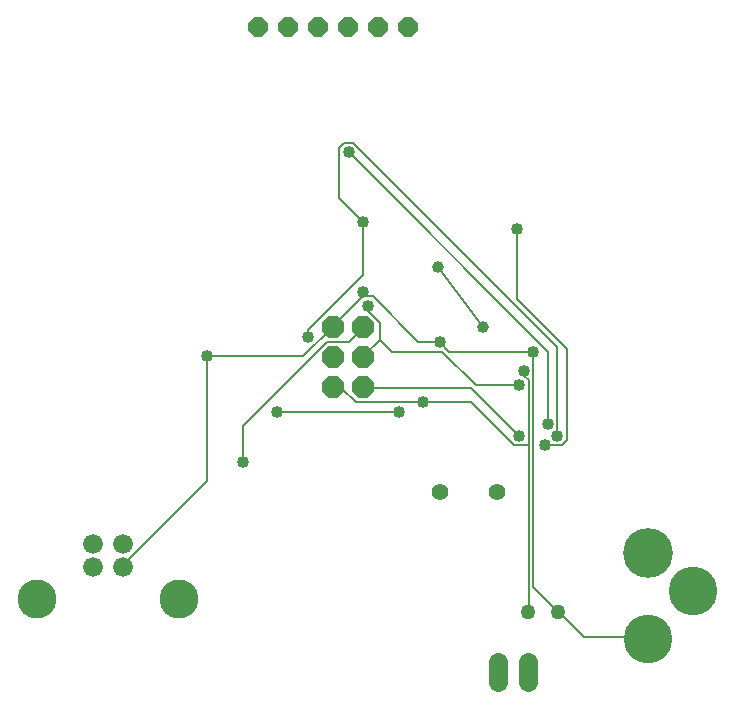
<source format=gbl>
G75*
%MOIN*%
%OFA0B0*%
%FSLAX25Y25*%
%IPPOS*%
%LPD*%
%AMOC8*
5,1,8,0,0,1.08239X$1,22.5*
%
%ADD10C,0.04959*%
%ADD11OC8,0.07400*%
%ADD12C,0.16598*%
%ADD13C,0.16200*%
%ADD14C,0.06400*%
%ADD15OC8,0.06337*%
%ADD16C,0.06600*%
%ADD17C,0.13000*%
%ADD18C,0.05600*%
%ADD19C,0.00800*%
%ADD20C,0.04000*%
%ADD21C,0.03969*%
D10*
X0186579Y0040000D03*
X0196421Y0040000D03*
D11*
X0131500Y0115000D03*
X0131500Y0125000D03*
X0131500Y0135000D03*
X0121500Y0135000D03*
X0121500Y0125000D03*
X0121500Y0115000D03*
D12*
X0226500Y0059637D03*
D13*
X0241309Y0047126D03*
X0226600Y0030815D03*
D14*
X0186500Y0023200D02*
X0186500Y0016800D01*
X0176500Y0016800D02*
X0176500Y0023200D01*
D15*
X0146500Y0235000D03*
X0136500Y0235000D03*
X0126500Y0235000D03*
X0116500Y0235000D03*
X0106500Y0235000D03*
X0096500Y0235000D03*
D16*
X0051421Y0062800D03*
X0051421Y0055000D03*
X0041579Y0055000D03*
X0041579Y0062800D03*
D17*
X0022800Y0044300D03*
X0070200Y0044300D03*
D18*
X0157000Y0080000D03*
X0176000Y0080000D03*
D19*
X0181900Y0095600D02*
X0186700Y0095600D01*
X0186700Y0117200D01*
X0185100Y0118800D01*
X0185100Y0120400D01*
X0183500Y0115600D02*
X0169100Y0115600D01*
X0157900Y0126800D01*
X0141100Y0126800D01*
X0137100Y0130800D01*
X0131500Y0125200D01*
X0131500Y0125000D01*
X0126700Y0130000D02*
X0131500Y0134800D01*
X0131500Y0135000D01*
X0133100Y0140400D02*
X0137100Y0136400D01*
X0137100Y0130800D01*
X0133100Y0140400D02*
X0133100Y0142000D01*
X0131500Y0145200D02*
X0131500Y0146800D01*
X0131500Y0145200D02*
X0121900Y0135600D01*
X0121500Y0135000D01*
X0121100Y0134800D01*
X0111500Y0125200D01*
X0079500Y0125200D01*
X0079500Y0083600D01*
X0051500Y0055600D01*
X0051421Y0055000D01*
X0091500Y0090000D02*
X0091500Y0102000D01*
X0119500Y0130000D01*
X0126700Y0130000D01*
X0113100Y0131600D02*
X0113100Y0134000D01*
X0131500Y0152400D01*
X0131500Y0170000D01*
X0123500Y0178000D01*
X0123500Y0194800D01*
X0125100Y0196400D01*
X0128300Y0196400D01*
X0196300Y0128400D01*
X0196300Y0098800D01*
X0197900Y0095600D02*
X0192300Y0095600D01*
X0186700Y0095600D02*
X0186700Y0040400D01*
X0186579Y0040000D01*
X0188300Y0048400D02*
X0196300Y0040400D01*
X0196421Y0040000D01*
X0197100Y0039600D01*
X0205100Y0031600D01*
X0225900Y0031600D01*
X0226600Y0030815D01*
X0188300Y0048400D02*
X0188300Y0126800D01*
X0160300Y0126800D01*
X0157100Y0130000D01*
X0149900Y0130000D01*
X0134700Y0145200D01*
X0131500Y0145200D01*
X0156500Y0155000D02*
X0171500Y0135000D01*
X0182700Y0144400D02*
X0199500Y0127600D01*
X0199500Y0097200D01*
X0197900Y0095600D01*
X0193100Y0102800D02*
X0193100Y0126800D01*
X0126700Y0193200D01*
X0182700Y0167600D02*
X0182700Y0144400D01*
X0167500Y0114800D02*
X0183500Y0098800D01*
X0181900Y0095600D02*
X0167500Y0110000D01*
X0151500Y0110000D01*
X0129100Y0110000D01*
X0124300Y0114800D01*
X0121900Y0114800D01*
X0121500Y0115000D01*
X0131500Y0115000D02*
X0131500Y0114800D01*
X0167500Y0114800D01*
X0143500Y0106800D02*
X0102700Y0106800D01*
D20*
X0102700Y0106800D03*
X0091500Y0090000D03*
X0079500Y0125200D03*
X0113100Y0131600D03*
X0133100Y0142000D03*
X0131500Y0146800D03*
X0131500Y0170000D03*
X0126700Y0193200D03*
X0182700Y0167600D03*
X0157100Y0130000D03*
X0151500Y0110000D03*
X0143500Y0106800D03*
X0183500Y0098800D03*
X0192300Y0095600D03*
X0196300Y0098800D03*
X0193100Y0102800D03*
X0183500Y0115600D03*
X0185100Y0120400D03*
X0188300Y0126800D03*
D21*
X0171500Y0135000D03*
X0171500Y0135000D03*
X0156500Y0155000D03*
X0156500Y0155000D03*
M02*

</source>
